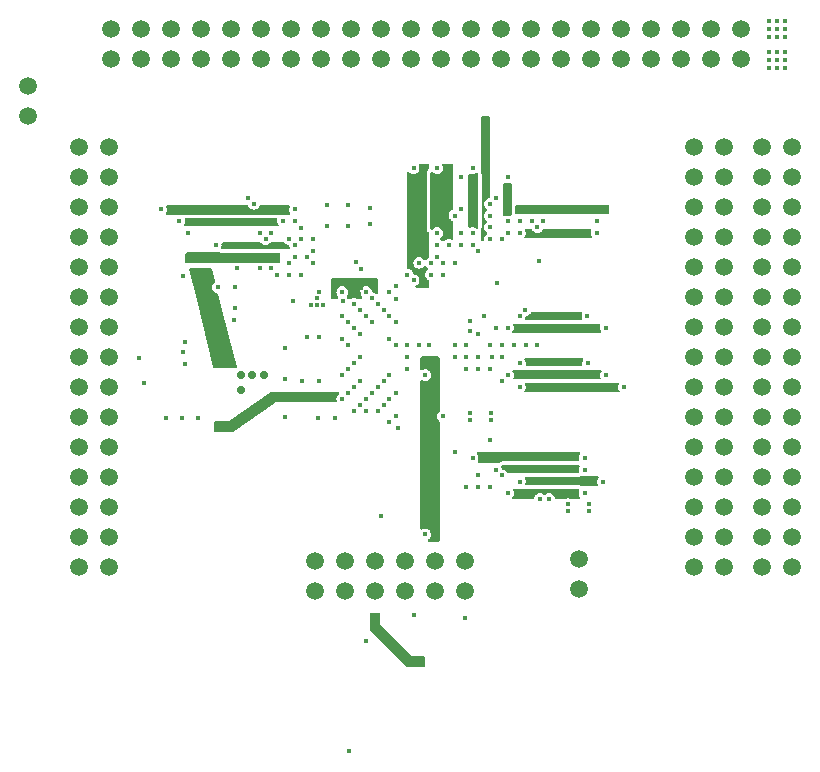
<source format=gbr>
G04 --- HEADER BEGIN --- *
G04 #@! TF.GenerationSoftware,LibrePCB,LibrePCB,1.1.0*
G04 #@! TF.CreationDate,2024-09-08T17:15:58*
G04 #@! TF.ProjectId,flasher,f4b07f79-14a2-4070-9d7d-1f686dcb10c4,v1*
G04 #@! TF.Part,Single*
G04 #@! TF.SameCoordinates*
G04 #@! TF.FileFunction,Copper,L7,Inr*
G04 #@! TF.FilePolarity,Positive*
%FSLAX66Y66*%
%MOMM*%
G01*
G75*
G04 --- HEADER END --- *
G04 --- APERTURE LIST BEGIN --- *
G04 #@! TA.AperFunction,ComponentPad*
%ADD10C,1.5*%
G04 #@! TA.AperFunction,ViaPad*
%ADD11C,0.7*%
%ADD12C,0.4*%
G04 #@! TA.AperFunction,Conductor*
%ADD13C,0.01*%
G04 #@! TD*
G04 --- APERTURE LIST END --- *
G04 --- BOARD BEGIN --- *
D10*
G04 #@! TO.N,P64_1V8*
G04 #@! TO.C,J2*
G04 #@! TO.P,J2,24,24*
X-24804000Y-10630000D03*
G04 #@! TO.N,P45_1V8*
G04 #@! TO.P,J2,2,2*
X-24804000Y17310000D03*
G04 #@! TO.N,P55_1V8*
G04 #@! TO.P,J2,18,18*
X-24804000Y-3010000D03*
G04 #@! TO.N,P53_1V8*
G04 #@! TO.P,J2,8,8*
X-24804000Y9690000D03*
G04 #@! TO.N,P68_1V8*
G04 #@! TO.P,J2,15,15*
X-27344000Y-470000D03*
G04 #@! TO.N,P61_1V8*
G04 #@! TO.P,J2,3,3*
X-27344000Y14770000D03*
G04 #@! TO.N,P72_1V8*
G04 #@! TO.P,J2,14,14*
X-24804000Y2070000D03*
G04 #@! TO.N,P43_1V8*
G04 #@! TO.P,J2,6,6*
X-24804000Y12230000D03*
G04 #@! TO.N,P49_1V8*
G04 #@! TO.P,J2,22,22*
X-24804000Y-8090000D03*
G04 #@! TO.N,P65_1V8*
G04 #@! TO.P,J2,12,12*
X-24804000Y4610000D03*
G04 #@! TO.N,P62_1V8*
G04 #@! TO.P,J2,26,26*
X-24804000Y-13170000D03*
G04 #@! TO.N,P52_1V8*
G04 #@! TO.P,J2,9,9*
X-27344000Y7150000D03*
G04 #@! TO.N,P46_1V8*
G04 #@! TO.P,J2,1,1*
X-27344000Y17310000D03*
G04 #@! TO.N,P50_1V8*
G04 #@! TO.P,J2,23,23*
X-27344000Y-10630000D03*
G04 #@! TO.N,P56_1V8*
G04 #@! TO.P,J2,13,13*
X-27344000Y2070000D03*
G04 #@! TO.N,P58_1V8*
G04 #@! TO.P,J2,19,19*
X-27344000Y-5550000D03*
G04 #@! TO.N,P59_1V8*
G04 #@! TO.P,J2,11,11*
X-27344000Y4610000D03*
G04 #@! TO.N,P54_1V8*
G04 #@! TO.P,J2,7,7*
X-27344000Y9690000D03*
G04 #@! TO.N,P44_1V8*
G04 #@! TO.P,J2,5,5*
X-27344000Y12230000D03*
G04 #@! TO.N,P60_1V8*
G04 #@! TO.P,J2,4,4*
X-24804000Y14770000D03*
G04 #@! TO.N,P66_1V8*
G04 #@! TO.P,J2,28,28*
X-24804000Y-15710000D03*
G04 #@! TO.N,P69_1V8*
G04 #@! TO.P,J2,29,29*
X-27344000Y-18250000D03*
G04 #@! TO.N,P70_1V8*
G04 #@! TO.P,J2,17,17*
X-27344000Y-3010000D03*
G04 #@! TO.N,P51_1V8*
G04 #@! TO.P,J2,30,30*
X-24804000Y-18250000D03*
G04 #@! TO.N,P71_1V8*
G04 #@! TO.P,J2,16,16*
X-24804000Y-470000D03*
G04 #@! TO.N,P47_1V8*
G04 #@! TO.P,J2,20,20*
X-24804000Y-5550000D03*
G04 #@! TO.N,P48_1V8*
G04 #@! TO.P,J2,21,21*
X-27344000Y-8090000D03*
G04 #@! TO.N,P67_1V8*
G04 #@! TO.P,J2,27,27*
X-27344000Y-15710000D03*
G04 #@! TO.N,P57_1V8*
G04 #@! TO.P,J2,10,10*
X-24804000Y7150000D03*
G04 #@! TO.N,P63_1V8*
G04 #@! TO.P,J2,25,25*
X-27344000Y-13170000D03*
G04 #@! TO.N,GND*
G04 #@! TO.C,J4*
G04 #@! TO.P,J4,2,2*
X-31589000Y19991000D03*
G04 #@! TO.N,+5V*
G04 #@! TO.P,J4,1,1*
X-31589000Y22531000D03*
G04 #@! TO.N,P38_3V3*
G04 #@! TO.C,J6*
G04 #@! TO.P,J6,26,26*
X27340000Y-13170000D03*
G04 #@! TO.N,P1_3V3*
G04 #@! TO.P,J6,4,4*
X27340000Y14770000D03*
G04 #@! TO.N,P24_3V3*
G04 #@! TO.P,J6,14,14*
X27340000Y2070000D03*
G04 #@! TO.N,P44_3V3*
G04 #@! TO.P,J6,21,21*
X24800000Y-8090000D03*
G04 #@! TO.N,P2_3V3*
G04 #@! TO.P,J6,6,6*
X27340000Y12230000D03*
G04 #@! TO.N,P26_3V3*
G04 #@! TO.P,J6,11,11*
X24800000Y4610000D03*
G04 #@! TO.N,P40_3V3*
G04 #@! TO.P,J6,28,28*
X27340000Y-15710000D03*
G04 #@! TO.N,P22_3V3*
G04 #@! TO.P,J6,16,16*
X27340000Y-470000D03*
G04 #@! TO.N,P48_3V3*
G04 #@! TO.P,J6,17,17*
X24800000Y-3010000D03*
G04 #@! TO.N,P7_3V3*
G04 #@! TO.P,J6,9,9*
X24800000Y7150000D03*
G04 #@! TO.N,P23_3V3*
G04 #@! TO.P,J6,13,13*
X24800000Y2070000D03*
G04 #@! TO.N,P3_3V3*
G04 #@! TO.P,J6,5,5*
X24800000Y12230000D03*
G04 #@! TO.N,P0_3V3*
G04 #@! TO.P,J6,2,2*
X27340000Y17310000D03*
G04 #@! TO.N,P45_3V3*
G04 #@! TO.P,J6,22,22*
X27340000Y-8090000D03*
G04 #@! TO.N,P35_3V3*
G04 #@! TO.P,J6,23,23*
X24800000Y-10630000D03*
G04 #@! TO.N,P37_3V3*
G04 #@! TO.P,J6,25,25*
X24800000Y-13170000D03*
G04 #@! TO.N,P9_3V3*
G04 #@! TO.P,J6,8,8*
X27340000Y9690000D03*
G04 #@! TO.N,P43_3V3*
G04 #@! TO.P,J6,18,18*
X27340000Y-3010000D03*
G04 #@! TO.N,P6_3V3*
G04 #@! TO.P,J6,7,7*
X24800000Y9690000D03*
G04 #@! TO.N,P49_3V3*
G04 #@! TO.P,J6,20,20*
X27340000Y-5550000D03*
G04 #@! TO.N,N/C*
G04 #@! TO.P,J6,15,15*
X24800000Y-470000D03*
G04 #@! TO.N,GND*
G04 #@! TO.P,J6,30,30*
X27340000Y-18250000D03*
G04 #@! TO.N,P5_3V3*
G04 #@! TO.P,J6,1,1*
X24800000Y17310000D03*
G04 #@! TO.N,P4_3V3*
G04 #@! TO.P,J6,3,3*
X24800000Y14770000D03*
G04 #@! TO.N,P8_3V3*
G04 #@! TO.P,J6,10,10*
X27340000Y7150000D03*
G04 #@! TO.N,P25_3V3*
G04 #@! TO.P,J6,12,12*
X27340000Y4610000D03*
G04 #@! TO.N,VCC3V3*
G04 #@! TO.P,J6,29,29*
X24800000Y-18250000D03*
G04 #@! TO.N,P42_3V3*
G04 #@! TO.P,J6,19,19*
X24800000Y-5550000D03*
G04 #@! TO.N,P41_3V3*
G04 #@! TO.P,J6,27,27*
X24800000Y-15710000D03*
G04 #@! TO.N,P36_3V3*
G04 #@! TO.P,J6,24,24*
X27340000Y-10630000D03*
G04 #@! TO.N,P29_1V8*
G04 #@! TO.C,J1*
G04 #@! TO.P,J1,42,42*
X26202000Y27340000D03*
G04 #@! TO.N,P41_1V8*
G04 #@! TO.P,J1,9,9*
X-14438000Y24800000D03*
G04 #@! TO.N,P0_1V8*
G04 #@! TO.P,J1,6,6*
X-19518000Y27340000D03*
G04 #@! TO.N,P30_1V8*
G04 #@! TO.P,J1,41,41*
X26202000Y24800000D03*
G04 #@! TO.N,P7_1V8*
G04 #@! TO.P,J1,19,19*
X-1738000Y24800000D03*
G04 #@! TO.N,P11_1V8*
G04 #@! TO.P,J1,26,26*
X5882000Y27340000D03*
G04 #@! TO.N,P1_1V8*
G04 #@! TO.P,J1,5,5*
X-19518000Y24800000D03*
G04 #@! TO.N,P40_1V8*
G04 #@! TO.P,J1,17,17*
X-4278000Y24800000D03*
G04 #@! TO.N,GND*
G04 #@! TO.P,J1,44,44*
X28742000Y27340000D03*
G04 #@! TO.N,P6_1V8*
G04 #@! TO.P,J1,8,8*
X-16978000Y27340000D03*
G04 #@! TO.N,P27_1V8*
G04 #@! TO.P,J1,40,40*
X23662000Y27340000D03*
G04 #@! TO.N,P22_1V8*
G04 #@! TO.P,J1,30,30*
X10962000Y27340000D03*
G04 #@! TO.N,P23_1V8*
G04 #@! TO.P,J1,31,31*
X13502000Y24800000D03*
G04 #@! TO.N,P34_1V8*
G04 #@! TO.P,J1,1,1*
X-24598000Y24800000D03*
G04 #@! TO.N,P21_1V8*
G04 #@! TO.P,J1,29,29*
X10962000Y24800000D03*
G04 #@! TO.N,P31_1V8*
G04 #@! TO.P,J1,34,34*
X16042000Y27340000D03*
G04 #@! TO.N,P32_1V8*
G04 #@! TO.P,J1,3,3*
X-22058000Y24800000D03*
G04 #@! TO.N,P12_1V8*
G04 #@! TO.P,J1,25,25*
X5882000Y24800000D03*
G04 #@! TO.N,P17_1V8*
G04 #@! TO.P,J1,24,24*
X3342000Y27340000D03*
G04 #@! TO.N,P33_1V8*
G04 #@! TO.P,J1,2,2*
X-24598000Y27340000D03*
G04 #@! TO.N,P20_1V8*
G04 #@! TO.P,J1,28,28*
X8422000Y27340000D03*
G04 #@! TO.N,P37_1V8*
G04 #@! TO.P,J1,16,16*
X-6818000Y27340000D03*
G04 #@! TO.N,P13_1V8*
G04 #@! TO.P,J1,22,22*
X802000Y27340000D03*
G04 #@! TO.N,P14_1V8*
G04 #@! TO.P,J1,38,38*
X21122000Y27340000D03*
G04 #@! TO.N,VCC1V8*
G04 #@! TO.P,J1,43,43*
X28742000Y24800000D03*
G04 #@! TO.N,P35_1V8*
G04 #@! TO.P,J1,13,13*
X-9358000Y24800000D03*
G04 #@! TO.N,P25_1V8*
G04 #@! TO.P,J1,33,33*
X16042000Y24800000D03*
G04 #@! TO.N,P2_1V8*
G04 #@! TO.P,J1,4,4*
X-22058000Y27340000D03*
G04 #@! TO.N,P19_1V8*
G04 #@! TO.P,J1,27,27*
X8422000Y24800000D03*
G04 #@! TO.N,P3_1V8*
G04 #@! TO.P,J1,7,7*
X-16978000Y24800000D03*
G04 #@! TO.N,P4_1V8*
G04 #@! TO.P,J1,11,11*
X-11898000Y24800000D03*
G04 #@! TO.N,P15_1V8*
G04 #@! TO.P,J1,35,35*
X18582000Y24800000D03*
G04 #@! TO.N,P8_1V8*
G04 #@! TO.P,J1,20,20*
X-1738000Y27340000D03*
G04 #@! TO.N,P28_1V8*
G04 #@! TO.P,J1,37,37*
X21122000Y24800000D03*
G04 #@! TO.N,P10_1V8*
G04 #@! TO.P,J1,21,21*
X802000Y24800000D03*
G04 #@! TO.N,P38_1V8*
G04 #@! TO.P,J1,18,18*
X-4278000Y27340000D03*
G04 #@! TO.N,P16_1V8*
G04 #@! TO.P,J1,36,36*
X18582000Y27340000D03*
G04 #@! TO.N,P18_1V8*
G04 #@! TO.P,J1,23,23*
X3342000Y24800000D03*
G04 #@! TO.N,P39_1V8*
G04 #@! TO.P,J1,15,15*
X-6818000Y24800000D03*
G04 #@! TO.N,P24_1V8*
G04 #@! TO.P,J1,32,32*
X13502000Y27340000D03*
G04 #@! TO.N,P9_1V8*
G04 #@! TO.P,J1,12,12*
X-11898000Y27340000D03*
G04 #@! TO.N,P36_1V8*
G04 #@! TO.P,J1,14,14*
X-9358000Y27340000D03*
G04 #@! TO.N,P26_1V8*
G04 #@! TO.P,J1,39,39*
X23662000Y24800000D03*
G04 #@! TO.N,P42_1V8*
G04 #@! TO.P,J1,10,10*
X-14438000Y27340000D03*
G04 #@! TO.N,GND*
G04 #@! TO.C,J8*
G04 #@! TO.P,J8,2,2*
X15040000Y-20070000D03*
G04 #@! TO.N,PROGRAM_B*
G04 #@! TO.P,J8,1,1*
X15040000Y-17530000D03*
G04 #@! TO.N,P57_3V3*
G04 #@! TO.C,J3*
G04 #@! TO.P,J3,24,24*
X33070000Y-10630000D03*
G04 #@! TO.N,P13_3V3*
G04 #@! TO.P,J3,2,2*
X33070000Y17310000D03*
G04 #@! TO.N,P33_3V3*
G04 #@! TO.P,J3,18,18*
X33070000Y-3010000D03*
G04 #@! TO.N,P11_3V3*
G04 #@! TO.P,J3,8,8*
X33070000Y9690000D03*
G04 #@! TO.N,P15_3V3*
G04 #@! TO.P,J3,15,15*
X30530000Y-470000D03*
G04 #@! TO.N,P27_3V3*
G04 #@! TO.P,J3,3,3*
X30530000Y14770000D03*
G04 #@! TO.N,P21_3V3*
G04 #@! TO.P,J3,14,14*
X33070000Y2070000D03*
G04 #@! TO.N,P10_3V3*
G04 #@! TO.P,J3,6,6*
X33070000Y12230000D03*
G04 #@! TO.N,P51_3V3*
G04 #@! TO.P,J3,22,22*
X33070000Y-8090000D03*
G04 #@! TO.N,P19_3V3*
G04 #@! TO.P,J3,12,12*
X33070000Y4610000D03*
G04 #@! TO.N,P55_3V3*
G04 #@! TO.P,J3,26,26*
X33070000Y-13170000D03*
G04 #@! TO.N,P18_3V3*
G04 #@! TO.P,J3,9,9*
X30530000Y7150000D03*
G04 #@! TO.N,N/C*
G04 #@! TO.P,J3,1,1*
X30530000Y17310000D03*
G04 #@! TO.N,P54_3V3*
G04 #@! TO.P,J3,23,23*
X30530000Y-10630000D03*
G04 #@! TO.N,P30_3V3*
G04 #@! TO.P,J3,13,13*
X30530000Y2070000D03*
G04 #@! TO.N,P29_3V3*
G04 #@! TO.P,J3,19,19*
X30530000Y-5550000D03*
G04 #@! TO.N,P20_3V3*
G04 #@! TO.P,J3,11,11*
X30530000Y4610000D03*
G04 #@! TO.N,P16_3V3*
G04 #@! TO.P,J3,7,7*
X30530000Y9690000D03*
G04 #@! TO.N,P12_3V3*
G04 #@! TO.P,J3,5,5*
X30530000Y12230000D03*
G04 #@! TO.N,P14_3V3*
G04 #@! TO.P,J3,4,4*
X33070000Y14770000D03*
G04 #@! TO.N,N/C*
G04 #@! TO.P,J3,28,28*
X33070000Y-15710000D03*
G04 #@! TO.N,P47_3V3*
G04 #@! TO.P,J3,29,29*
X30530000Y-18250000D03*
G04 #@! TO.N,P32_3V3*
G04 #@! TO.P,J3,17,17*
X30530000Y-3010000D03*
G04 #@! TO.N,P46_3V3*
G04 #@! TO.P,J3,30,30*
X33070000Y-18250000D03*
G04 #@! TO.N,P34_3V3*
G04 #@! TO.P,J3,16,16*
X33070000Y-470000D03*
G04 #@! TO.N,P31_3V3*
G04 #@! TO.P,J3,20,20*
X33070000Y-5550000D03*
G04 #@! TO.N,P50_3V3*
G04 #@! TO.P,J3,21,21*
X30530000Y-8090000D03*
G04 #@! TO.N,P52_3V3*
G04 #@! TO.P,J3,27,27*
X30530000Y-15710000D03*
G04 #@! TO.N,P17_3V3*
G04 #@! TO.P,J3,10,10*
X33070000Y7150000D03*
G04 #@! TO.N,P56_3V3*
G04 #@! TO.P,J3,25,25*
X30530000Y-13170000D03*
G04 #@! TO.N,N23*
G04 #@! TO.C,J5*
G04 #@! TO.P,J5,9,9*
X2817000Y-20270000D03*
G04 #@! TO.N,FLASH_VCC*
G04 #@! TO.P,J5,1,1*
X-7343000Y-20270000D03*
G04 #@! TO.N,GND*
G04 #@! TO.P,J5,4,4*
X-4803000Y-17730000D03*
G04 #@! TO.N,FLASH_SCK*
G04 #@! TO.P,J5,5,5*
X-2263000Y-20270000D03*
G04 #@! TO.N,VCC3V3*
G04 #@! TO.P,J5,2,2*
X-7343000Y-17730000D03*
G04 #@! TO.N,FLASH_VSS*
G04 #@! TO.P,J5,3,3*
X-4803000Y-20270000D03*
G04 #@! TO.N,CCLK*
G04 #@! TO.P,J5,6,6*
X-2263000Y-17730000D03*
G04 #@! TO.N,D0*
G04 #@! TO.P,J5,10,10*
X2817000Y-17730000D03*
G04 #@! TO.N,FLASH_CS*
G04 #@! TO.P,J5,11,11*
X5357000Y-20270000D03*
G04 #@! TO.N,FCS_B*
G04 #@! TO.P,J5,12,12*
X5357000Y-17730000D03*
G04 #@! TO.N,D1*
G04 #@! TO.P,J5,8,8*
X277000Y-17730000D03*
G04 #@! TO.N,N13*
G04 #@! TO.P,J5,7,7*
X277000Y-20270000D03*
D11*
G04 #@! TD.C*
G04 #@! TD.P*
G04 #@! TO.N,GND*
X-11651028Y-1955000D03*
D12*
G04 #@! TO.N,VCC3V3*
X-4500000Y12400000D03*
G04 #@! TO.N,GND*
X-4500000Y10600000D03*
X32500000Y26600000D03*
G04 #@! TO.N,P31_1V8*
X11017000Y10042000D03*
G04 #@! TO.N,GND*
X-300000Y-6476000D03*
G04 #@! TO.N,VCC3V3*
X-9855000Y325000D03*
G04 #@! TO.N,P71_1V8*
X-8500000Y6524000D03*
G04 #@! TO.N,P45_3V3*
X9018000Y-11994000D03*
G04 #@! TO.N,P28_1V8*
X10017000Y11042000D03*
G04 #@! TO.N,P70_1V8*
X-9500000Y6524000D03*
G04 #@! TO.N,GND*
X-14200000Y2700000D03*
G04 #@! TO.N,P55_3V3*
X9018000Y-9994000D03*
G04 #@! TO.N,P63_1V8*
X-14958000Y9042000D03*
G04 #@! TO.N,P33_1V8*
X2017000Y6042000D03*
G04 #@! TO.N,VCC3V3*
X10497000Y3528000D03*
G04 #@! TO.N,P36_1V8*
X3017000Y9042000D03*
G04 #@! TO.N,PGOOD1*
X-5700000Y-3800000D03*
G04 #@! TO.N,GND*
X-7168028Y3947000D03*
G04 #@! TO.N,VCC1V0*
X-4018000Y-4993000D03*
G04 #@! TO.N,VCC3V3*
X5825000Y-5776000D03*
G04 #@! TO.N,GND*
X31100000Y28000000D03*
X7575000Y-5776000D03*
X32500000Y28000000D03*
G04 #@! TO.N,MODE/SYNC/1.8V*
X-4993000Y4261000D03*
G04 #@! TO.N,VCC1V8*
X7500000Y12524000D03*
G04 #@! TO.N,P59_1V8*
X-9500000Y9525000D03*
G04 #@! TO.N,P11_1V8*
X7017000Y19622000D03*
G04 #@! TO.N,P3_3V3*
X15746000Y3042000D03*
G04 #@! TO.N,GND*
X7575000Y-5176000D03*
G04 #@! TO.N,P58_1V8*
X-18038000Y10042000D03*
G04 #@! TO.N,VCC1V8*
X8017000Y13042000D03*
G04 #@! TO.N,P54_1V8*
X-20348000Y12042000D03*
G04 #@! TO.N,GND*
X7701000Y-471000D03*
G04 #@! TO.N,P17_1V8*
X9017000Y14752000D03*
G04 #@! TO.N,VCC1V8*
X-5018000Y5042000D03*
G04 #@! TO.N,INIT_B*
X-3018000Y-4993000D03*
G04 #@! TO.N,INTVCC*
X-2617000Y5959000D03*
G04 #@! TO.N,VCC1V8*
X-4500000Y-3475000D03*
X-5018000Y-3993000D03*
G04 #@! TO.N,P30_1V8*
X16517000Y10042000D03*
G04 #@! TO.N,+5V*
X-9855000Y-5525000D03*
G04 #@! TO.N,VCC3V3*
X8501000Y-471000D03*
G04 #@! TO.N,GND*
X-7138028Y4557000D03*
G04 #@! TO.N,P8_1V8*
X6017000Y11047000D03*
D11*
G04 #@! TO.N,GND*
X-12621028Y-1955000D03*
D12*
G04 #@! TO.N,P67_1V8*
X-11018000Y8042000D03*
G04 #@! TO.N,GND*
X-18300000Y-1025000D03*
G04 #@! TO.N,P1_1V8*
X4017000Y11042000D03*
G04 #@! TO.N,P65_1V8*
X-7500000Y8524000D03*
G04 #@! TO.N,P33_1V8*
X1017000Y14752000D03*
G04 #@! TO.N,VCC1V0*
X-2501000Y4525000D03*
X-3018000Y5042000D03*
G04 #@! TO.N,P69_1V8*
X-12018000Y7042000D03*
G04 #@! TO.N,P53_1V8*
X-10018000Y12042000D03*
G04 #@! TO.N,VCC1V8*
X-11499000Y9522000D03*
G04 #@! TO.N,P7_3V3*
X9017000Y2042000D03*
G04 #@! TO.N,P18_1V8*
X9017000Y12042000D03*
G04 #@! TO.N,P18_3V3*
X15768000Y-994000D03*
G04 #@! TO.N,VCC3V3*
X14097000Y-13514000D03*
G04 #@! TO.N,P55_3V3*
X14728000Y-9994000D03*
G04 #@! TO.N,GND*
X-6300000Y10600000D03*
X31800000Y28000000D03*
G04 #@! TO.N,VCC1V0*
X-500000Y-5480000D03*
X-1018000Y-5993000D03*
G04 #@! TO.N,D2*
X500000Y-475000D03*
X1018000Y-22282000D03*
G04 #@! TO.N,P29_1V8*
X11017000Y11042000D03*
G04 #@! TO.N,VCC3V3*
X12500000Y-12475000D03*
D11*
G04 #@! TO.N,GND*
X-13591028Y-3273000D03*
D12*
G04 #@! TO.N,VCC3V3*
X11665000Y7674000D03*
G04 #@! TO.N,P52_3V3*
X6500000Y-10476000D03*
G04 #@! TO.N,P68_1V8*
X-9500000Y7524000D03*
G04 #@! TO.N,P44_3V3*
X14728000Y-11994000D03*
G04 #@! TO.N,VCC3V3*
X5809000Y2564000D03*
G04 #@! TO.N,P17_3V3*
X11018000Y-994000D03*
G04 #@! TO.N,P12_3V3*
X9500000Y524000D03*
G04 #@! TO.N,+5V*
X-7063000Y-5641000D03*
G04 #@! TO.N,P0_1V8*
X3017000Y15522000D03*
G04 #@! TO.N,P57_1V8*
X-10018000Y11042000D03*
G04 #@! TO.N,VFB2*
X-15655000Y3735000D03*
G04 #@! TO.N,P17_3V3*
X14998000Y-994000D03*
G04 #@! TO.N,P18_1V8*
X9017000Y13982000D03*
G04 #@! TO.N,VCC1V8*
X31800000Y25400000D03*
G04 #@! TO.N,INTVCC*
X-3400000Y5390000D03*
G04 #@! TO.N,+5V*
X-19934000Y-5605000D03*
G04 #@! TO.N,P69_1V8*
X-13958000Y7042000D03*
G04 #@! TO.N,P44_3V3*
X10018000Y-11994000D03*
G04 #@! TO.N,VCC1V0*
X-1499000Y-4476000D03*
G04 #@! TO.N,GND*
X-5613000Y-5641000D03*
G04 #@! TO.N,P8_3V3*
X16516000Y2042000D03*
G04 #@! TO.N,P49_3V3*
X17038000Y-10994000D03*
G04 #@! TO.N,VCC3V3*
X5501000Y-11476000D03*
G04 #@! TO.N,PGOOD1*
X-10900000Y-3800000D03*
G04 #@! TO.N,VCC1V8*
X31100000Y24000000D03*
X32500000Y24000000D03*
G04 #@! TO.N,P7_1V8*
X6017000Y10042000D03*
G04 #@! TO.N,P60_1V8*
X-8500000Y9525000D03*
G04 #@! TO.N,VCC1V0*
X-1018000Y-1993000D03*
G04 #@! TO.N,P34_3V3*
X8500000Y-2476000D03*
G04 #@! TO.N,P72_1V8*
X-9018000Y8042000D03*
G04 #@! TO.N,P32_1V8*
X1017000Y15522000D03*
G04 #@! TO.N,P40_1V8*
X4500000Y7524000D03*
G04 #@! TO.N,P57_3V3*
X6018000Y-8994000D03*
G04 #@! TO.N,P37_1V8*
X4017000Y9042000D03*
G04 #@! TO.N,P7_1V8*
X6017000Y15522000D03*
G04 #@! TO.N,P41_1V8*
X2500000Y6524000D03*
G04 #@! TO.N,VCC3V3*
X-18520000Y6385000D03*
G04 #@! TO.N,P57_1V8*
X-18808000Y11042000D03*
G04 #@! TO.N,P15_1V8*
X7500000Y10525000D03*
G04 #@! TO.N,GND*
X31800000Y26600000D03*
G04 #@! TO.N,VCC3V3*
X-6300000Y12400000D03*
G04 #@! TO.N,D3*
X-2982000Y-24500000D03*
X500000Y524000D03*
G04 #@! TO.N,P54_3V3*
X15498000Y-9994000D03*
G04 #@! TO.N,VCC3V3*
X-2700000Y12200000D03*
G04 #@! TO.N,MODE/SYNC/1.8V*
X-3400000Y6975000D03*
G04 #@! TO.N,CFGBVS*
X2018000Y-8994000D03*
G04 #@! TO.N,D1*
X2018000Y-15474000D03*
G04 #@! TO.N,P51_3V3*
X14728000Y-8994000D03*
G04 #@! TO.N,P8_1V8*
X6017000Y14752000D03*
G04 #@! TO.N,P19_3V3*
X9018000Y-1994000D03*
G04 #@! TO.N,VCC1V8*
X500000Y6524000D03*
G04 #@! TO.N,GND*
X-2700000Y10800000D03*
G04 #@! TO.N,+5V*
X-14088000Y5461000D03*
G04 #@! TO.N,CLK_27MHZ*
X6500000Y8524000D03*
G04 #@! TO.N,VCC3V3*
X8500000Y-10472000D03*
G04 #@! TO.N,P13_3V3*
X7017000Y3042000D03*
G04 #@! TO.N,P14_3V3*
X6497000Y1522000D03*
G04 #@! TO.N,P51_3V3*
X7018000Y-8994000D03*
G04 #@! TO.N,VCC1V0*
X-1476000Y3500000D03*
X-2018000Y4042000D03*
G04 #@! TO.N,P29_1V8*
X16517000Y11042000D03*
G04 #@! TO.N,VCC1V8*
X31100000Y25400000D03*
G04 #@! TO.N,VCC1V0*
X-3018000Y3042000D03*
G04 #@! TO.N,VCC3V3*
X11501000Y524000D03*
G04 #@! TO.N,VCC1V8*
X-10500000Y6524000D03*
X-11018000Y7042000D03*
X-13018000Y13042000D03*
G04 #@! TO.N,GND*
X-6943000Y-2489000D03*
G04 #@! TO.N,VCC1V0*
X-1018000Y1042000D03*
X-500000Y524000D03*
G04 #@! TO.N,GND*
X-18325000Y800000D03*
G04 #@! TO.N,VCC3V3*
X-1718000Y-13938000D03*
G04 #@! TO.N,VCC1V8*
X31100000Y24700000D03*
G04 #@! TO.N,INTVCC*
X-3614000Y4911000D03*
G04 #@! TO.N,VCC1V0*
X-3500000Y1525000D03*
G04 #@! TO.N,P38_1V8*
X5017000Y9042000D03*
G04 #@! TO.N,VCC1V8*
X8499000Y9522000D03*
X-5018000Y1042000D03*
X-4500000Y524000D03*
G04 #@! TO.N,P0_1V8*
X3017000Y10042000D03*
G04 #@! TO.N,VCC1V8*
X-7018000Y5042000D03*
G04 #@! TO.N,P35_1V8*
X1500000Y7525000D03*
G04 #@! TO.N,VCC3V3*
X7497000Y-7472000D03*
G04 #@! TO.N,P1_1V8*
X3017000Y14752000D03*
G04 #@! TO.N,P23_3V3*
X11018000Y-2994000D03*
G04 #@! TO.N,CLK_3V3_29.5MHZ*
X7500000Y525000D03*
G04 #@! TO.N,P22_3V3*
X10018000Y-2994000D03*
G04 #@! TO.N,VFB2*
X-15405000Y-975000D03*
G04 #@! TO.N,P31_1V8*
X14977000Y10042000D03*
G04 #@! TO.N,VCC1V8*
X2500000Y7525000D03*
X3017000Y8042000D03*
G04 #@! TO.N,VCC3V3*
X8092000Y5812000D03*
G04 #@! TO.N,P2_3V3*
X14976000Y3042000D03*
G04 #@! TO.N,P30_3V3*
X5500000Y524000D03*
G04 #@! TO.N,P58_1V8*
X-11018000Y10042000D03*
G04 #@! TO.N,+5V*
X-9213000Y4261000D03*
G04 #@! TO.N,P16_1V8*
X7500000Y11524000D03*
G04 #@! TO.N,VCC1V0*
X-4018000Y2042000D03*
G04 #@! TO.N,P48_3V3*
X16268000Y-10994000D03*
G04 #@! TO.N,P29_3V3*
X4500000Y524000D03*
G04 #@! TO.N,P39_1V8*
X3500000Y7524000D03*
G04 #@! TO.N,GND*
X-6648028Y3947000D03*
G04 #@! TO.N,VCC1V8*
X-12500000Y12522000D03*
G04 #@! TO.N,P45_3V3*
X15498000Y-11994000D03*
G04 #@! TO.N,VCC1V8*
X12017000Y11042000D03*
G04 #@! TO.N,MODE/SYNC/1.8V*
X-3875000Y7600000D03*
G04 #@! TO.N,VCC1V8*
X-8018000Y8042000D03*
G04 #@! TO.N,P46_3V3*
X7500000Y-11476000D03*
G04 #@! TO.N,VCC1V0*
X-1500000Y-2476000D03*
X-2018000Y-2993000D03*
G04 #@! TO.N,VCC1V8*
X-7493000Y7523000D03*
G04 #@! TO.N,P56_3V3*
X8018000Y-9994000D03*
G04 #@! TO.N,P49_3V3*
X10018000Y-10994000D03*
G04 #@! TO.N,LED1*
X-18536000Y-8000D03*
G04 #@! TO.N,VCC1V0*
X-2499000Y2524000D03*
X-3018000Y-3993000D03*
G04 #@! TO.N,P31_3V3*
X5500000Y-475000D03*
G04 #@! TO.N,VCC3V3*
X4499000Y-8472000D03*
G04 #@! TO.N,CFGBVS*
X3018000Y-14704000D03*
G04 #@! TO.N,FLASH_SCK*
X-2263000Y-22570000D03*
G04 #@! TO.N,VCC3V3*
X-21800000Y-2650000D03*
G04 #@! TO.N,P42_1V8*
X3500000Y6524000D03*
G04 #@! TO.N,VCC3V3*
X5825000Y-5176000D03*
G04 #@! TO.N,P67_1V8*
X-14958000Y8042000D03*
G04 #@! TO.N,VCC3V3*
X-7000000Y1225000D03*
G04 #@! TO.N,GND*
X5806000Y1764000D03*
G04 #@! TO.N,VCC1V8*
X4489000Y11524000D03*
G04 #@! TO.N,GND*
X32500000Y27300000D03*
G04 #@! TO.N,VCC1V8*
X-9018000Y11042000D03*
G04 #@! TO.N,VCC3V3*
X14097000Y-12914000D03*
G04 #@! TO.N,VCC1V8*
X32500000Y25400000D03*
X-12018000Y10042000D03*
G04 #@! TO.N,VCC1V0*
X-2500000Y-3475000D03*
G04 #@! TO.N,P50_3V3*
X15498000Y-8994000D03*
G04 #@! TO.N,VCC1V8*
X31800000Y24700000D03*
G04 #@! TO.N,VCC1V0*
X-3500000Y-475000D03*
G04 #@! TO.N,FCS_B*
X4500000Y-476000D03*
G04 #@! TO.N,VCC1V0*
X-4018000Y-2993000D03*
G04 #@! TO.N,GND*
X-7678028Y3957000D03*
G04 #@! TO.N,VCC1V0*
X-475000Y4500000D03*
X-1018000Y5042000D03*
G04 #@! TO.N,P54_1V8*
X-9018000Y12042000D03*
G04 #@! TO.N,VCC1V0*
X-3501000Y-2475000D03*
G04 #@! TO.N,VCC1V8*
X-5018000Y3042000D03*
X-4500000Y2524000D03*
G04 #@! TO.N,P56_1V8*
X-18038000Y11042000D03*
G04 #@! TO.N,VCC1V0*
X-2018000Y-4993000D03*
X-1018000Y3042000D03*
X-500000Y2524000D03*
G04 #@! TO.N,VCC3V3*
X-14105000Y3735000D03*
G04 #@! TO.N,VCC1V0*
X-3500000Y-4475000D03*
G04 #@! TO.N,P3_3V3*
X10017000Y3042000D03*
G04 #@! TO.N,VCC1V8*
X5017000Y12042000D03*
X-4500000Y-1476000D03*
X-5018000Y-1993000D03*
G04 #@! TO.N,GND*
X31100000Y26600000D03*
G04 #@! TO.N,CCLK*
X-500000Y5524000D03*
G04 #@! TO.N,FLASH_SCK*
X1482000Y-26213000D03*
G04 #@! TO.N,P53_1V8*
X-19578000Y12042000D03*
G04 #@! TO.N,P23_3V3*
X18078000Y-2994000D03*
G04 #@! TO.N,VCC1V8*
X9017000Y10042000D03*
G04 #@! TO.N,P8_3V3*
X11017000Y2042000D03*
G04 #@! TO.N,P26_1V8*
X11017000Y12042000D03*
G04 #@! TO.N,P47_3V3*
X6500000Y-11476000D03*
G04 #@! TO.N,GND*
X31100000Y27300000D03*
G04 #@! TO.N,P16_3V3*
X10018000Y-994000D03*
G04 #@! TO.N,P27_3V3*
X8017000Y2042000D03*
G04 #@! TO.N,P64_1V8*
X-15728000Y9042000D03*
G04 #@! TO.N,GND*
X31800000Y27300000D03*
G04 #@! TO.N,VCC1V0*
X-4018000Y-993000D03*
G04 #@! TO.N,VFB2*
X-17005000Y4824000D03*
G04 #@! TO.N,P10_3V3*
X10500000Y525000D03*
G04 #@! TO.N,VCC3V3*
X3499000Y-5475000D03*
G04 #@! TO.N,P32_3V3*
X6500000Y-1476000D03*
G04 #@! TO.N,D1*
X2018000Y-1994000D03*
G04 #@! TO.N,FLASH_CS*
X-4418000Y-33833000D03*
G04 #@! TO.N,P20_3V3*
X10018000Y-1994000D03*
G04 #@! TO.N,VCC3V3*
X5499000Y-1475000D03*
G04 #@! TO.N,P21_3V3*
X17308000Y-1994000D03*
G04 #@! TO.N,+5V*
X-8393000Y-2489000D03*
G04 #@! TO.N,VCC3V3*
X1500000Y525000D03*
G04 #@! TO.N,P64_1V8*
X-9018000Y9042000D03*
G04 #@! TO.N,GND*
X-18560000Y-5605000D03*
G04 #@! TO.N,VCC1V8*
X11500000Y10524000D03*
G04 #@! TO.N,P56_1V8*
X-11018000Y11042000D03*
G04 #@! TO.N,GND*
X15847000Y-12914000D03*
G04 #@! TO.N,P15_3V3*
X6500000Y-476000D03*
G04 #@! TO.N,P17_1V8*
X9017000Y11042000D03*
G04 #@! TO.N,VCC1V8*
X-8470000Y10507000D03*
X32500000Y24700000D03*
G04 #@! TO.N,P7_3V3*
X17286000Y2042000D03*
G04 #@! TO.N,GND*
X-17200000Y-5605000D03*
G04 #@! TO.N,P32_1V8*
X1017000Y6042000D03*
G04 #@! TO.N,P48_3V3*
X11018000Y-10994000D03*
G04 #@! TO.N,P11_3V3*
X8500000Y525000D03*
G04 #@! TO.N,VCC1V8*
X31800000Y24000000D03*
G04 #@! TO.N,GND*
X15847000Y-13514000D03*
X11700000Y-12475000D03*
X2300000Y525000D03*
G04 #@! TO.N,VCC1V8*
X6017000Y9042000D03*
G04 #@! TO.N,P4_1V8*
X5017000Y14752000D03*
G04 #@! TO.N,FLASH_CS*
X5357000Y-22570000D03*
G04 #@! TO.N,GND*
X-22186000Y-558000D03*
G04 #@! TO.N,P2_3V3*
X11017000Y3042000D03*
G04 #@! TO.N,P33_3V3*
X7500000Y-1476000D03*
G04 #@! TO.N,P11_1V8*
X7017000Y10042000D03*
G04 #@! TO.N,D0*
X500000Y-1475000D03*
G04 #@! TO.N,VCC1V0*
X-3501000Y3525000D03*
X-4018000Y4042000D03*
G04 #@! TO.N,PGOOD1*
X-15400000Y-6200000D03*
G04 #@! TO.N,VFB2*
X-17070000Y6385000D03*
X-15490000Y1950000D03*
D11*
G04 #@! TO.N,GND*
X-13591028Y-1955000D03*
D12*
G04 #@! TO.N,P22_3V3*
X18848000Y-2994000D03*
G04 #@! TO.N,P30_1V8*
X10017000Y10042000D03*
G04 #@! TO.N,P20_3V3*
X16538000Y-1994000D03*
G04 #@! TO.N,+5V*
X-9855000Y-2275000D03*
G04 #@! TO.N,P63_1V8*
X-11018000Y9042000D03*
G04 #@! TO.N,VCC1V0*
X-1018000Y-3993000D03*
X-500000Y-3476000D03*
G04 #@! TO.N,P4_1V8*
X5017000Y10042000D03*
G04 #@! TO.N,P14_1V8*
X7500000Y9524000D03*
G04 #@! TO.N,GND*
X-15538000Y5461000D03*
G04 #@! TO.N,P26_1V8*
X16517000Y12042000D03*
G04 #@! TO.N,P61_1V8*
X-7500000Y9524000D03*
G04 #@! TO.N,VCC3V3*
X-8000000Y1225000D03*
D13*
G04 #@! TA.AperFunction,Conductor*
G04 #@! TO.N,CFGBVS*
G36*
X1600000Y-14967120D02*
X1619500Y-15026447D01*
X1670395Y-15062636D01*
X1732836Y-15061574D01*
X1760873Y-15046456D01*
X1762803Y-15044975D01*
X1774053Y-15038480D01*
X1882537Y-14993544D01*
X1895084Y-14990182D01*
X2011506Y-14974855D01*
X2024494Y-14974855D01*
X2140916Y-14990182D01*
X2153463Y-14993544D01*
X2261947Y-15038480D01*
X2273199Y-15044976D01*
X2366352Y-15116456D01*
X2375544Y-15125648D01*
X2447024Y-15218801D01*
X2453520Y-15230053D01*
X2498456Y-15338537D01*
X2501818Y-15351084D01*
X2517145Y-15467506D01*
X2517145Y-15480494D01*
X2501818Y-15596916D01*
X2498456Y-15609463D01*
X2453520Y-15717947D01*
X2447024Y-15729199D01*
X2375544Y-15822352D01*
X2366352Y-15831544D01*
X2276270Y-15900667D01*
X2241074Y-15952253D01*
X2243346Y-16014662D01*
X2282201Y-16063552D01*
X2337146Y-16080000D01*
X3130001Y-16080000D01*
X3189328Y-16060500D01*
X3230000Y-15980001D01*
X3230000Y-5942747D01*
X3190877Y-5863413D01*
X3150648Y-5832544D01*
X3141456Y-5823352D01*
X3069976Y-5730199D01*
X3063480Y-5718947D01*
X3018544Y-5610463D01*
X3015182Y-5597916D01*
X2999855Y-5481494D01*
X2999855Y-5468506D01*
X3015182Y-5352084D01*
X3018544Y-5339537D01*
X3063480Y-5231053D01*
X3069976Y-5219801D01*
X3141456Y-5126648D01*
X3150648Y-5117456D01*
X3190877Y-5086587D01*
X3230000Y-5007253D01*
X3230000Y-499999D01*
X3210500Y-440672D01*
X3130001Y-400000D01*
X1699999Y-400000D01*
X1640672Y-419500D01*
X1600000Y-499999D01*
X1600000Y-1487120D01*
X1619500Y-1546447D01*
X1670395Y-1582636D01*
X1732836Y-1581574D01*
X1760873Y-1566456D01*
X1762803Y-1564975D01*
X1774053Y-1558480D01*
X1882537Y-1513544D01*
X1895084Y-1510182D01*
X2011506Y-1494855D01*
X2024494Y-1494855D01*
X2140916Y-1510182D01*
X2153463Y-1513544D01*
X2261947Y-1558480D01*
X2273199Y-1564976D01*
X2366352Y-1636456D01*
X2375544Y-1645648D01*
X2447024Y-1738801D01*
X2453520Y-1750053D01*
X2498456Y-1858537D01*
X2501818Y-1871084D01*
X2517145Y-1987506D01*
X2517145Y-2000494D01*
X2501818Y-2116916D01*
X2498456Y-2129463D01*
X2453520Y-2237947D01*
X2447024Y-2249199D01*
X2375544Y-2342352D01*
X2366352Y-2351544D01*
X2273199Y-2423024D01*
X2261947Y-2429520D01*
X2153463Y-2474456D01*
X2140916Y-2477818D01*
X2024494Y-2493145D01*
X2011506Y-2493145D01*
X1895084Y-2477818D01*
X1882537Y-2474456D01*
X1774053Y-2429520D01*
X1762803Y-2423025D01*
X1760873Y-2421544D01*
X1759259Y-2420979D01*
X1757124Y-2419746D01*
X1756891Y-2420149D01*
X1701934Y-2400900D01*
X1642241Y-2419248D01*
X1605073Y-2469433D01*
X1600000Y-2500880D01*
X1600000Y-14967120D01*
G37*
G04 #@! TO.N,VFB2*
G36*
X-17967568Y6974905D02*
X-17300091Y4400351D01*
X-17299909Y4399623D01*
X-15918474Y-1323465D01*
X-15885598Y-1376560D01*
X-15821267Y-1400000D01*
X-14030483Y-1400000D01*
X-13971156Y-1380500D01*
X-13934967Y-1329605D01*
X-13933922Y-1274004D01*
X-14599946Y1199799D01*
X-14600054Y1200208D01*
X-15299935Y3899749D01*
X-15300088Y3900352D01*
X-15549674Y4898700D01*
X-15582980Y4951527D01*
X-15633636Y4973591D01*
X-15660916Y4977182D01*
X-15673463Y4980544D01*
X-15781947Y5025480D01*
X-15793199Y5031976D01*
X-15886352Y5103456D01*
X-15895544Y5112648D01*
X-15967024Y5205801D01*
X-15973520Y5217053D01*
X-16018456Y5325537D01*
X-16021818Y5338084D01*
X-16037145Y5454506D01*
X-16037145Y5467494D01*
X-16021818Y5583916D01*
X-16018456Y5596463D01*
X-15973520Y5704947D01*
X-15967024Y5716199D01*
X-15895544Y5809352D01*
X-15886355Y5818541D01*
X-15848861Y5847312D01*
X-15813665Y5898899D01*
X-15812725Y5950899D01*
X-16081064Y7024254D01*
X-16114370Y7077081D01*
X-16178077Y7100000D01*
X-17870769Y7100000D01*
X-17930096Y7080500D01*
X-17966285Y7029605D01*
X-17967568Y6974905D01*
G37*
G04 #@! TO.N,P33_1V8*
G36*
X450000Y7118280D02*
X469500Y7058953D01*
X536946Y7019137D01*
X622909Y7007820D01*
X635463Y7004456D01*
X743947Y6959520D01*
X755199Y6953024D01*
X848352Y6881544D01*
X857544Y6872352D01*
X929024Y6779199D01*
X935520Y6767947D01*
X980456Y6659463D01*
X983818Y6646916D01*
X987273Y6620671D01*
X1014350Y6564397D01*
X1073365Y6534579D01*
X1139916Y6525818D01*
X1152463Y6522456D01*
X1260947Y6477520D01*
X1272199Y6471024D01*
X1365352Y6399544D01*
X1374544Y6390352D01*
X1446024Y6297199D01*
X1452520Y6285947D01*
X1497456Y6177463D01*
X1500818Y6164916D01*
X1516145Y6048494D01*
X1516145Y6035506D01*
X1500818Y5919084D01*
X1497456Y5906537D01*
X1452520Y5798053D01*
X1446024Y5786801D01*
X1374544Y5693648D01*
X1365352Y5684456D01*
X1272199Y5612976D01*
X1260946Y5606479D01*
X1226922Y5592386D01*
X1179573Y5551667D01*
X1165615Y5490797D01*
X1190492Y5433516D01*
X1265190Y5400000D01*
X2260001Y5400000D01*
X2319328Y5419500D01*
X2360000Y5499999D01*
X2360000Y5978607D01*
X2340500Y6037934D01*
X2298268Y6070994D01*
X2256055Y6088478D01*
X2244801Y6094976D01*
X2151648Y6166456D01*
X2142456Y6175648D01*
X2070976Y6268801D01*
X2064480Y6280053D01*
X2019544Y6388537D01*
X2016182Y6401084D01*
X2000855Y6517506D01*
X2000855Y6530494D01*
X2016182Y6646916D01*
X2019544Y6659463D01*
X2064480Y6767947D01*
X2070976Y6779199D01*
X2142456Y6872352D01*
X2151648Y6881544D01*
X2234561Y6945166D01*
X2269757Y6996752D01*
X2267485Y7059161D01*
X2234561Y7103834D01*
X2151648Y7167456D01*
X2142456Y7176648D01*
X2079334Y7258909D01*
X2027747Y7294105D01*
X1965339Y7291833D01*
X1920666Y7258909D01*
X1857544Y7176648D01*
X1848352Y7167456D01*
X1755199Y7095976D01*
X1743947Y7089480D01*
X1635463Y7044544D01*
X1622916Y7041182D01*
X1506494Y7025855D01*
X1493506Y7025855D01*
X1377084Y7041182D01*
X1364537Y7044544D01*
X1256053Y7089480D01*
X1244801Y7095976D01*
X1151648Y7167456D01*
X1142456Y7176648D01*
X1070976Y7269801D01*
X1064480Y7281053D01*
X1019544Y7389537D01*
X1016182Y7402084D01*
X1000855Y7518506D01*
X1000855Y7531494D01*
X1016182Y7647916D01*
X1019544Y7660463D01*
X1064480Y7768947D01*
X1070976Y7780199D01*
X1142456Y7873352D01*
X1151648Y7882544D01*
X1244801Y7954024D01*
X1256053Y7960520D01*
X1364537Y8005456D01*
X1377084Y8008818D01*
X1493506Y8024145D01*
X1506494Y8024145D01*
X1622916Y8008818D01*
X1635463Y8005456D01*
X1743947Y7960520D01*
X1755199Y7954024D01*
X1848352Y7882544D01*
X1857544Y7873352D01*
X1920666Y7791091D01*
X1972253Y7755895D01*
X2034661Y7758167D01*
X2079334Y7791091D01*
X2142456Y7873352D01*
X2151648Y7882544D01*
X2244801Y7954024D01*
X2256055Y7960522D01*
X2298268Y7978006D01*
X2345617Y8018724D01*
X2360000Y8070393D01*
X2360000Y10010799D01*
X2340500Y10070126D01*
X2317950Y10092296D01*
X2298398Y10106199D01*
X2293192Y10110456D01*
X2242640Y10157819D01*
X2233021Y10170234D01*
X2186696Y10254952D01*
X2183071Y10263315D01*
X2166238Y10314527D01*
X2164373Y10322212D01*
X2150628Y10408048D01*
X2150000Y10415943D01*
X2150000Y15148385D01*
X2150528Y15155637D01*
X2162073Y15234456D01*
X2163645Y15241551D01*
X2178179Y15290102D01*
X2180266Y15295792D01*
X2205104Y15352590D01*
X2213165Y15365323D01*
X2276792Y15438388D01*
X2283383Y15444689D01*
X2322217Y15475551D01*
X2360000Y15553839D01*
X2360000Y15820001D01*
X2340500Y15879328D01*
X2260001Y15920000D01*
X1536781Y15920000D01*
X1477454Y15900500D01*
X1441265Y15849605D01*
X1450178Y15770004D01*
X1452520Y15765947D01*
X1497456Y15657463D01*
X1500818Y15644916D01*
X1516145Y15528494D01*
X1516145Y15515506D01*
X1500818Y15399084D01*
X1497456Y15386537D01*
X1452520Y15278053D01*
X1446024Y15266801D01*
X1374544Y15173648D01*
X1365352Y15164456D01*
X1272199Y15092976D01*
X1260947Y15086480D01*
X1152463Y15041544D01*
X1139916Y15038182D01*
X1023494Y15022855D01*
X1010506Y15022855D01*
X894084Y15038182D01*
X881537Y15041544D01*
X773053Y15086480D01*
X761801Y15092976D01*
X668648Y15164456D01*
X659456Y15173648D01*
X629333Y15212905D01*
X577747Y15248101D01*
X515339Y15245829D01*
X466448Y15206975D01*
X450000Y15152029D01*
X450000Y7118280D01*
G37*
G04 #@! TO.N,FLASH_SCK*
G36*
X-2700000Y-23458579D02*
X-2670711Y-23529289D01*
X470711Y-26670711D01*
X541421Y-26700000D01*
X1900001Y-26700000D01*
X1959328Y-26680500D01*
X2000000Y-26600001D01*
X2000000Y-25899999D01*
X1980500Y-25840672D01*
X1900001Y-25800000D01*
X919891Y-25800000D01*
X885935Y-25785935D01*
X-1785935Y-23114065D01*
X-1800000Y-23080109D01*
X-1800000Y-22199999D01*
X-1819500Y-22140672D01*
X-1899999Y-22100000D01*
X-2600001Y-22100000D01*
X-2659328Y-22119500D01*
X-2700000Y-22199999D01*
X-2700000Y-23458579D01*
G37*
G04 #@! TO.N,P1_1V8*
G36*
X2450000Y10411971D02*
X2469500Y10352644D01*
X2520395Y10316455D01*
X2582836Y10317517D01*
X2629333Y10351095D01*
X2659456Y10390352D01*
X2668648Y10399544D01*
X2761801Y10471024D01*
X2773053Y10477520D01*
X2881537Y10522456D01*
X2894084Y10525818D01*
X3010506Y10541145D01*
X3023494Y10541145D01*
X3139916Y10525818D01*
X3152463Y10522456D01*
X3260947Y10477520D01*
X3272199Y10471024D01*
X3365352Y10399544D01*
X3374544Y10390352D01*
X3446024Y10297199D01*
X3452520Y10285947D01*
X3497456Y10177463D01*
X3500818Y10164916D01*
X3516145Y10048494D01*
X3516145Y10035506D01*
X3500818Y9919084D01*
X3497456Y9906537D01*
X3452520Y9798053D01*
X3446024Y9786801D01*
X3374544Y9693648D01*
X3365352Y9684456D01*
X3283091Y9621334D01*
X3247895Y9569747D01*
X3250167Y9507339D01*
X3283091Y9462666D01*
X3337827Y9420665D01*
X3398703Y9400000D01*
X3635297Y9400000D01*
X3696173Y9420665D01*
X3761801Y9471024D01*
X3773053Y9477520D01*
X3881537Y9522456D01*
X3894084Y9525818D01*
X4010506Y9541145D01*
X4023494Y9541145D01*
X4139916Y9525818D01*
X4152463Y9522456D01*
X4221733Y9493763D01*
X4284006Y9489075D01*
X4336918Y9522247D01*
X4360000Y9586150D01*
X4360000Y10974050D01*
X4340500Y11033377D01*
X4298269Y11066437D01*
X4245053Y11088480D01*
X4233801Y11094976D01*
X4140648Y11166456D01*
X4131456Y11175648D01*
X4059976Y11268801D01*
X4053480Y11280053D01*
X4008544Y11388537D01*
X4005182Y11401084D01*
X3989855Y11517506D01*
X3989855Y11530494D01*
X4005182Y11646916D01*
X4008544Y11659463D01*
X4053480Y11767947D01*
X4059976Y11779199D01*
X4131456Y11872352D01*
X4140648Y11881544D01*
X4233801Y11953024D01*
X4245053Y11959520D01*
X4298269Y11981563D01*
X4345618Y12022282D01*
X4360000Y12073950D01*
X4360000Y15820001D01*
X4340500Y15879328D01*
X4260001Y15920000D01*
X3536781Y15920000D01*
X3477454Y15900500D01*
X3441265Y15849605D01*
X3450178Y15770004D01*
X3452520Y15765947D01*
X3497456Y15657463D01*
X3500818Y15644916D01*
X3516145Y15528494D01*
X3516145Y15515506D01*
X3500818Y15399084D01*
X3497456Y15386537D01*
X3452520Y15278053D01*
X3446024Y15266801D01*
X3374544Y15173648D01*
X3365352Y15164456D01*
X3272199Y15092976D01*
X3260947Y15086480D01*
X3152463Y15041544D01*
X3139916Y15038182D01*
X3023494Y15022855D01*
X3010506Y15022855D01*
X2894084Y15038182D01*
X2881537Y15041544D01*
X2773053Y15086480D01*
X2761801Y15092976D01*
X2668648Y15164456D01*
X2659456Y15173648D01*
X2629333Y15212905D01*
X2577747Y15248101D01*
X2515339Y15245829D01*
X2466448Y15206975D01*
X2450000Y15152029D01*
X2450000Y10411971D01*
G37*
G04 #@! TO.N,PGOOD1*
G36*
X-15900000Y-6700001D02*
X-15880500Y-6759328D01*
X-15800001Y-6800000D01*
X-14331316Y-6800000D01*
X-14274277Y-6782137D01*
X-10712562Y-4308723D01*
X-10684707Y-4300000D01*
X-5577062Y-4300000D01*
X-5517735Y-4280500D01*
X-5481546Y-4229605D01*
X-5484675Y-4161733D01*
X-5498456Y-4128463D01*
X-5501818Y-4115916D01*
X-5517145Y-3999494D01*
X-5517145Y-3986506D01*
X-5501818Y-3870084D01*
X-5498456Y-3857537D01*
X-5453520Y-3749053D01*
X-5447024Y-3737801D01*
X-5375544Y-3644648D01*
X-5366352Y-3635456D01*
X-5293212Y-3579333D01*
X-5258016Y-3527746D01*
X-5260288Y-3465338D01*
X-5299143Y-3416448D01*
X-5354088Y-3400000D01*
X-10968684Y-3400000D01*
X-11025723Y-3417863D01*
X-14587438Y-5891277D01*
X-14615293Y-5900000D01*
X-15800001Y-5900000D01*
X-15859328Y-5919500D01*
X-15900000Y-5999999D01*
X-15900000Y-6700001D01*
G37*
G04 #@! TO.N,INTVCC*
G36*
X-6000000Y4599999D02*
X-5980500Y4540672D01*
X-5900001Y4500000D01*
X-5483767Y4500000D01*
X-5404432Y4539124D01*
X-5377414Y4574335D01*
X-5356769Y4633273D01*
X-5377415Y4696086D01*
X-5447024Y4786801D01*
X-5453520Y4798053D01*
X-5498456Y4906537D01*
X-5501818Y4919084D01*
X-5517145Y5035506D01*
X-5517145Y5048494D01*
X-5501818Y5164916D01*
X-5498456Y5177463D01*
X-5453520Y5285947D01*
X-5447024Y5297199D01*
X-5375544Y5390352D01*
X-5366352Y5399544D01*
X-5273199Y5471024D01*
X-5261947Y5477520D01*
X-5153463Y5522456D01*
X-5140916Y5525818D01*
X-5024494Y5541145D01*
X-5011506Y5541145D01*
X-4895084Y5525818D01*
X-4882537Y5522456D01*
X-4774053Y5477520D01*
X-4762801Y5471024D01*
X-4669648Y5399544D01*
X-4660456Y5390352D01*
X-4588976Y5297199D01*
X-4582480Y5285947D01*
X-4537544Y5177463D01*
X-4534182Y5164916D01*
X-4518855Y5048494D01*
X-4518855Y5035506D01*
X-4534182Y4919084D01*
X-4537544Y4906537D01*
X-4582480Y4798053D01*
X-4588976Y4786801D01*
X-4633585Y4728666D01*
X-4654231Y4669727D01*
X-4633585Y4606914D01*
X-4581567Y4539123D01*
X-4502233Y4500000D01*
X-4227567Y4500000D01*
X-4189299Y4507612D01*
X-4153463Y4522456D01*
X-4140916Y4525818D01*
X-4024494Y4541145D01*
X-4011506Y4541145D01*
X-3895084Y4525818D01*
X-3882537Y4522456D01*
X-3846701Y4507612D01*
X-3808433Y4500000D01*
X-3420552Y4500000D01*
X-3361225Y4519500D01*
X-3325036Y4570395D01*
X-3326098Y4632836D01*
X-3359675Y4679332D01*
X-3366351Y4684455D01*
X-3375544Y4693648D01*
X-3447024Y4786801D01*
X-3453520Y4798053D01*
X-3498456Y4906537D01*
X-3501818Y4919084D01*
X-3517145Y5035506D01*
X-3517145Y5048494D01*
X-3501818Y5164916D01*
X-3498456Y5177463D01*
X-3453520Y5285947D01*
X-3447024Y5297199D01*
X-3375544Y5390352D01*
X-3366352Y5399544D01*
X-3273199Y5471024D01*
X-3261947Y5477520D01*
X-3153463Y5522456D01*
X-3140916Y5525818D01*
X-3024494Y5541145D01*
X-3011506Y5541145D01*
X-2895084Y5525818D01*
X-2882537Y5522456D01*
X-2774053Y5477520D01*
X-2762801Y5471024D01*
X-2669648Y5399544D01*
X-2660456Y5390352D01*
X-2588976Y5297199D01*
X-2582480Y5285947D01*
X-2537544Y5177463D01*
X-2534182Y5164916D01*
X-2526038Y5103054D01*
X-2498961Y5046779D01*
X-2439946Y5016962D01*
X-2378084Y5008818D01*
X-2365537Y5005456D01*
X-2257053Y4960520D01*
X-2245801Y4954024D01*
X-2160875Y4888857D01*
X-2101937Y4868211D01*
X-2042243Y4886557D01*
X-2005074Y4936742D01*
X-2000000Y4968191D01*
X-2000000Y6100001D01*
X-2019500Y6159328D01*
X-2099999Y6200000D01*
X-5900001Y6200000D01*
X-5959328Y6180500D01*
X-6000000Y6100001D01*
X-6000000Y4599999D01*
G37*
G04 #@! TO.N,P48_3V3*
G36*
X10444574Y-10670395D02*
X10452737Y-10743286D01*
X10451013Y-10744000D01*
X10453486Y-10749970D01*
X10453489Y-10749999D01*
X10453520Y-10750053D01*
X10498456Y-10858537D01*
X10501818Y-10871084D01*
X10517145Y-10987506D01*
X10517145Y-11000494D01*
X10501818Y-11116916D01*
X10498456Y-11129463D01*
X10485089Y-11161733D01*
X10480401Y-11224006D01*
X10513573Y-11276918D01*
X10577476Y-11300000D01*
X14970754Y-11300000D01*
X14980957Y-11301055D01*
X15091015Y-11324058D01*
X15100791Y-11327179D01*
X15165286Y-11355370D01*
X15173241Y-11359747D01*
X15207469Y-11382867D01*
X15263442Y-11400000D01*
X16522838Y-11400000D01*
X16582165Y-11380500D01*
X16618354Y-11329605D01*
X16609440Y-11250002D01*
X16602479Y-11237945D01*
X16557544Y-11129463D01*
X16554182Y-11116916D01*
X16538855Y-11000494D01*
X16538855Y-10987506D01*
X16554182Y-10871084D01*
X16557544Y-10858537D01*
X16602480Y-10750053D01*
X16608976Y-10738801D01*
X16668772Y-10660875D01*
X16689418Y-10601937D01*
X16671072Y-10542243D01*
X16620888Y-10505074D01*
X16589438Y-10500000D01*
X15236380Y-10500000D01*
X15188920Y-10516237D01*
X15187239Y-10513163D01*
X15095543Y-10563304D01*
X15087180Y-10566929D01*
X15035968Y-10583762D01*
X15028283Y-10585627D01*
X14942447Y-10599372D01*
X14934552Y-10600000D01*
X10540090Y-10600000D01*
X10480763Y-10619500D01*
X10444574Y-10670395D01*
G37*
G04 #@! TO.N,P44_3V3*
G36*
X9357374Y-12398063D02*
X9375720Y-12457757D01*
X9425904Y-12494926D01*
X9457354Y-12500000D01*
X11109011Y-12500000D01*
X11168338Y-12480500D01*
X11208154Y-12413054D01*
X11216180Y-12352091D01*
X11219544Y-12339537D01*
X11264480Y-12231053D01*
X11270976Y-12219801D01*
X11342456Y-12126648D01*
X11351648Y-12117456D01*
X11444801Y-12045976D01*
X11456053Y-12039480D01*
X11564537Y-11994544D01*
X11577084Y-11991182D01*
X11693506Y-11975855D01*
X11706494Y-11975855D01*
X11822916Y-11991182D01*
X11835463Y-11994544D01*
X11943947Y-12039480D01*
X11955199Y-12045976D01*
X12039124Y-12110375D01*
X12098062Y-12131021D01*
X12160876Y-12110375D01*
X12244801Y-12045976D01*
X12256053Y-12039480D01*
X12364537Y-11994544D01*
X12377084Y-11991182D01*
X12493506Y-11975855D01*
X12506494Y-11975855D01*
X12622916Y-11991182D01*
X12635463Y-11994544D01*
X12743947Y-12039480D01*
X12755199Y-12045976D01*
X12848352Y-12117456D01*
X12857544Y-12126648D01*
X12929024Y-12219801D01*
X12935520Y-12231053D01*
X12980456Y-12339537D01*
X12983820Y-12352091D01*
X12991846Y-12413054D01*
X13018923Y-12469328D01*
X13090989Y-12500000D01*
X13788985Y-12500000D01*
X13838985Y-12486603D01*
X13853059Y-12478477D01*
X13961537Y-12433544D01*
X13974084Y-12430182D01*
X14090506Y-12414855D01*
X14103494Y-12414855D01*
X14219916Y-12430182D01*
X14232463Y-12433544D01*
X14340941Y-12478477D01*
X14355015Y-12486603D01*
X14405015Y-12500000D01*
X15058646Y-12500000D01*
X15117973Y-12480500D01*
X15154162Y-12429605D01*
X15153100Y-12367164D01*
X15137980Y-12339125D01*
X15068976Y-12249199D01*
X15062480Y-12237947D01*
X15017544Y-12129463D01*
X15014182Y-12116916D01*
X14998855Y-12000494D01*
X14998855Y-11987506D01*
X15014182Y-11871084D01*
X15017544Y-11858537D01*
X15062480Y-11750053D01*
X15062511Y-11749999D01*
X15062520Y-11749956D01*
X15064987Y-11744000D01*
X15063862Y-11743534D01*
X15075288Y-11688870D01*
X15049307Y-11632082D01*
X14975910Y-11600000D01*
X9540090Y-11600000D01*
X9480763Y-11619500D01*
X9444574Y-11670395D01*
X9452737Y-11743286D01*
X9451013Y-11744000D01*
X9453486Y-11749970D01*
X9453489Y-11749999D01*
X9453520Y-11750053D01*
X9498456Y-11858537D01*
X9501818Y-11871084D01*
X9517145Y-11987506D01*
X9517145Y-12000494D01*
X9501818Y-12116916D01*
X9498456Y-12129463D01*
X9453520Y-12237947D01*
X9447024Y-12249199D01*
X9378020Y-12339125D01*
X9357374Y-12398063D01*
G37*
G04 #@! TO.N,P23_3V3*
G36*
X10403414Y-3338063D02*
X10421760Y-3397757D01*
X10471944Y-3434926D01*
X10503394Y-3440000D01*
X18362606Y-3440000D01*
X18421933Y-3420500D01*
X18458122Y-3369605D01*
X18457060Y-3307164D01*
X18441940Y-3279125D01*
X18418976Y-3249198D01*
X18412480Y-3237947D01*
X18367544Y-3129463D01*
X18364182Y-3116916D01*
X18348855Y-3000494D01*
X18348855Y-2987506D01*
X18364182Y-2871084D01*
X18367544Y-2858537D01*
X18404935Y-2768267D01*
X18409623Y-2705993D01*
X18376451Y-2653082D01*
X18312548Y-2630000D01*
X16835498Y-2630000D01*
X16819687Y-2631258D01*
X16769015Y-2639372D01*
X16761120Y-2640000D01*
X10557594Y-2640000D01*
X10498267Y-2659500D01*
X10462078Y-2710395D01*
X10465207Y-2778267D01*
X10498456Y-2858537D01*
X10501818Y-2871084D01*
X10517145Y-2987506D01*
X10517145Y-3000494D01*
X10501818Y-3116916D01*
X10498456Y-3129463D01*
X10453520Y-3237947D01*
X10447024Y-3249198D01*
X10424060Y-3279125D01*
X10403414Y-3338063D01*
G37*
G04 #@! TO.N,P2_3V3*
G36*
X10452063Y2745993D02*
X10485235Y2693082D01*
X10549138Y2670000D01*
X15213862Y2670000D01*
X15273189Y2689500D01*
X15309378Y2740395D01*
X15306249Y2808267D01*
X15265544Y2906537D01*
X15262182Y2919084D01*
X15246855Y3035506D01*
X15246855Y3048494D01*
X15262182Y3164916D01*
X15265544Y3177463D01*
X15292166Y3241733D01*
X15296854Y3304006D01*
X15263682Y3356918D01*
X15199779Y3380000D01*
X11039080Y3380000D01*
X10979753Y3360500D01*
X10946693Y3318269D01*
X10932520Y3284053D01*
X10926024Y3272801D01*
X10854544Y3179648D01*
X10845352Y3170456D01*
X10752199Y3098976D01*
X10740947Y3092480D01*
X10632463Y3047544D01*
X10619909Y3044180D01*
X10591553Y3040447D01*
X10535279Y3013370D01*
X10505463Y2954357D01*
X10500820Y2919091D01*
X10497456Y2906537D01*
X10456751Y2808267D01*
X10452063Y2745993D01*
G37*
G04 #@! TO.N,P56_1V8*
G36*
X-18419516Y10701936D02*
X-18401169Y10642242D01*
X-18350985Y10605074D01*
X-18319536Y10600000D01*
X-10506464Y10600000D01*
X-10447137Y10619500D01*
X-10410948Y10670395D01*
X-10412010Y10732836D01*
X-10427129Y10760874D01*
X-10447024Y10786802D01*
X-10453520Y10798053D01*
X-10498456Y10906537D01*
X-10501818Y10919084D01*
X-10517145Y11035506D01*
X-10517145Y11048494D01*
X-10501818Y11164913D01*
X-10499352Y11174117D01*
X-10502831Y11236470D01*
X-10542624Y11284600D01*
X-10595943Y11300000D01*
X-18230057Y11300000D01*
X-18289384Y11280500D01*
X-18325573Y11229605D01*
X-18326648Y11174117D01*
X-18324182Y11164913D01*
X-18308855Y11048494D01*
X-18308855Y11035506D01*
X-18324182Y10919084D01*
X-18327544Y10906537D01*
X-18372480Y10798053D01*
X-18378976Y10786802D01*
X-18398871Y10760874D01*
X-18419516Y10701936D01*
G37*
G04 #@! TO.N,P11_1V8*
G36*
X6700000Y9499999D02*
X6719500Y9440672D01*
X6799999Y9400000D01*
X6902298Y9400000D01*
X6961625Y9419500D01*
X6997814Y9470395D01*
X7001442Y9513049D01*
X7000856Y9517503D01*
X7000855Y9530496D01*
X7016182Y9646916D01*
X7019544Y9659463D01*
X7064480Y9767947D01*
X7070976Y9779199D01*
X7142456Y9872352D01*
X7151648Y9881544D01*
X7234561Y9945166D01*
X7269757Y9996752D01*
X7267485Y10059161D01*
X7234561Y10103834D01*
X7151648Y10167456D01*
X7142456Y10176648D01*
X7070976Y10269801D01*
X7064480Y10281053D01*
X7019544Y10389537D01*
X7016182Y10402084D01*
X7000855Y10518506D01*
X7000855Y10531494D01*
X7016182Y10647916D01*
X7019544Y10660463D01*
X7064480Y10768947D01*
X7070976Y10780199D01*
X7142456Y10873352D01*
X7151648Y10882544D01*
X7233258Y10945166D01*
X7268454Y10996752D01*
X7266182Y11059161D01*
X7233258Y11103834D01*
X7151648Y11166456D01*
X7142456Y11175648D01*
X7070976Y11268801D01*
X7064480Y11280053D01*
X7019544Y11388537D01*
X7016182Y11401084D01*
X7000855Y11517506D01*
X7000855Y11530494D01*
X7016182Y11646916D01*
X7019544Y11659463D01*
X7064480Y11767947D01*
X7070976Y11779199D01*
X7142456Y11872352D01*
X7151648Y11881544D01*
X7233909Y11944666D01*
X7269105Y11996253D01*
X7266833Y12058661D01*
X7233909Y12103334D01*
X7151648Y12166456D01*
X7142456Y12175648D01*
X7070976Y12268801D01*
X7064480Y12280053D01*
X7019544Y12388537D01*
X7016182Y12401084D01*
X7000855Y12517506D01*
X7000855Y12530494D01*
X7016182Y12646916D01*
X7019544Y12659463D01*
X7064480Y12767947D01*
X7070976Y12779199D01*
X7142456Y12872352D01*
X7151648Y12881544D01*
X7244801Y12953024D01*
X7256053Y12959520D01*
X7364537Y13004456D01*
X7377091Y13007820D01*
X7423054Y13013871D01*
X7479328Y13040948D01*
X7510000Y13113014D01*
X7510000Y19820001D01*
X7490500Y19879328D01*
X7410001Y19920000D01*
X6799999Y19920000D01*
X6740672Y19900500D01*
X6700000Y19820001D01*
X6700000Y15311416D01*
X6712261Y15263439D01*
X6743304Y15206669D01*
X6746929Y15198306D01*
X6763762Y15147094D01*
X6765627Y15139409D01*
X6779372Y15053573D01*
X6780000Y15045678D01*
X6780000Y10516355D01*
X6779840Y10512348D01*
X6776330Y10468563D01*
X6775851Y10464587D01*
X6772048Y10441016D01*
X6768777Y10429613D01*
X6718322Y10309851D01*
X6713124Y10300732D01*
X6700000Y10251209D01*
X6700000Y9499999D01*
G37*
G04 #@! TO.N,P26_1V8*
G36*
X9630000Y11719999D02*
X9649500Y11660672D01*
X9729999Y11620000D01*
X17450001Y11620000D01*
X17509328Y11639500D01*
X17550000Y11719999D01*
X17550000Y12330001D01*
X17530500Y12389328D01*
X17450001Y12430000D01*
X9729999Y12430000D01*
X9670672Y12410500D01*
X9630000Y12330001D01*
X9630000Y11719999D01*
G37*
G04 #@! TO.N,P51_3V3*
G36*
X6371046Y-8570395D02*
X6372108Y-8632836D01*
X6387228Y-8660875D01*
X6447024Y-8738801D01*
X6453520Y-8750053D01*
X6498456Y-8858537D01*
X6501818Y-8871084D01*
X6517145Y-8987506D01*
X6517145Y-9000494D01*
X6501818Y-9116916D01*
X6498456Y-9129463D01*
X6453521Y-9237945D01*
X6446560Y-9250002D01*
X6433784Y-9311131D01*
X6459766Y-9367919D01*
X6533162Y-9400000D01*
X8242234Y-9400000D01*
X8289694Y-9383763D01*
X8291375Y-9386837D01*
X8383071Y-9336696D01*
X8391434Y-9333071D01*
X8442646Y-9316238D01*
X8450331Y-9314373D01*
X8536167Y-9300628D01*
X8544062Y-9300000D01*
X14938524Y-9300000D01*
X14997851Y-9280500D01*
X15034040Y-9229605D01*
X15030911Y-9161733D01*
X15017544Y-9129463D01*
X15014182Y-9116916D01*
X14998855Y-9000494D01*
X14998855Y-8987506D01*
X15014182Y-8871084D01*
X15017544Y-8858537D01*
X15062480Y-8750053D01*
X15068976Y-8738801D01*
X15128772Y-8660875D01*
X15149418Y-8601937D01*
X15131072Y-8542243D01*
X15080888Y-8505074D01*
X15049438Y-8500000D01*
X6466562Y-8500000D01*
X6407235Y-8519500D01*
X6371046Y-8570395D01*
G37*
G04 #@! TO.N,P17_3V3*
G36*
X10394066Y-600395D02*
X10395128Y-662836D01*
X10410248Y-690875D01*
X10447024Y-738801D01*
X10453520Y-750053D01*
X10498456Y-858537D01*
X10501818Y-871084D01*
X10517145Y-987506D01*
X10517145Y-1000495D01*
X10501814Y-1116949D01*
X10513404Y-1178314D01*
X10559140Y-1220836D01*
X10600958Y-1230000D01*
X15185042Y-1230000D01*
X15244369Y-1210500D01*
X15280558Y-1159605D01*
X15284186Y-1116949D01*
X15268855Y-1000495D01*
X15268855Y-987506D01*
X15284182Y-871084D01*
X15287544Y-858537D01*
X15332480Y-750053D01*
X15338976Y-738801D01*
X15375752Y-690875D01*
X15396398Y-631937D01*
X15378052Y-572243D01*
X15327868Y-535074D01*
X15296418Y-530000D01*
X10489582Y-530000D01*
X10430255Y-549500D01*
X10394066Y-600395D01*
G37*
G04 #@! TO.N,P8_1V8*
G36*
X5670000Y10584493D02*
X5689500Y10525166D01*
X5740395Y10488977D01*
X5808267Y10492106D01*
X5881537Y10522456D01*
X5894084Y10525818D01*
X6010506Y10541145D01*
X6023494Y10541145D01*
X6139916Y10525818D01*
X6152463Y10522456D01*
X6260947Y10477520D01*
X6272199Y10471024D01*
X6319125Y10435016D01*
X6378064Y10414370D01*
X6437757Y10432717D01*
X6474926Y10482901D01*
X6480000Y10514350D01*
X6480000Y15049650D01*
X6460500Y15108977D01*
X6409605Y15145166D01*
X6347164Y15144104D01*
X6319125Y15128984D01*
X6272199Y15092976D01*
X6260947Y15086480D01*
X6152463Y15041544D01*
X6139916Y15038182D01*
X6023494Y15022855D01*
X6010506Y15022855D01*
X5894084Y15038182D01*
X5881537Y15041544D01*
X5808267Y15071894D01*
X5745994Y15076582D01*
X5693083Y15043410D01*
X5670000Y14979507D01*
X5670000Y10584493D01*
G37*
G04 #@! TO.N,P67_1V8*
G36*
X-18300000Y7599999D02*
X-18280500Y7540672D01*
X-18200001Y7500000D01*
X-14167567Y7500000D01*
X-14129299Y7507612D01*
X-14093463Y7522456D01*
X-14080916Y7525818D01*
X-13964494Y7541145D01*
X-13951506Y7541145D01*
X-13835084Y7525818D01*
X-13822537Y7522456D01*
X-13786701Y7507612D01*
X-13748433Y7500000D01*
X-12227567Y7500000D01*
X-12189299Y7507612D01*
X-12153463Y7522456D01*
X-12140916Y7525818D01*
X-12024494Y7541145D01*
X-12011506Y7541145D01*
X-11895084Y7525818D01*
X-11882537Y7522456D01*
X-11846701Y7507612D01*
X-11808433Y7500000D01*
X-11227567Y7500000D01*
X-11189299Y7507612D01*
X-11153463Y7522456D01*
X-11140916Y7525818D01*
X-11024494Y7541145D01*
X-11011506Y7541145D01*
X-10895084Y7525818D01*
X-10882537Y7522456D01*
X-10846701Y7507612D01*
X-10808433Y7500000D01*
X-10399999Y7500000D01*
X-10340672Y7519500D01*
X-10300000Y7599999D01*
X-10300000Y8260001D01*
X-10319500Y8319328D01*
X-10399999Y8360000D01*
X-15195667Y8360000D01*
X-15204276Y8360748D01*
X-15297657Y8377096D01*
X-15305993Y8379313D01*
X-15346802Y8394053D01*
X-15380773Y8400000D01*
X-18200001Y8400000D01*
X-18259328Y8380500D01*
X-18300000Y8300001D01*
X-18300000Y7599999D01*
G37*
G04 #@! TO.N,P8_3V3*
G36*
X9374790Y1661937D02*
X9393136Y1602243D01*
X9443320Y1565074D01*
X9474770Y1560000D01*
X16828230Y1560000D01*
X16887557Y1579500D01*
X16923746Y1630395D01*
X16922684Y1692836D01*
X16907564Y1720875D01*
X16856976Y1786801D01*
X16850480Y1798053D01*
X16805544Y1906537D01*
X16802182Y1919084D01*
X16786855Y2035506D01*
X16786855Y2048494D01*
X16802182Y2164916D01*
X16805544Y2177463D01*
X16828024Y2231733D01*
X16832712Y2294006D01*
X16799541Y2346917D01*
X16735637Y2370000D01*
X9567363Y2370000D01*
X9508036Y2350500D01*
X9471847Y2299605D01*
X9474976Y2231733D01*
X9497456Y2177463D01*
X9500818Y2164916D01*
X9516145Y2048494D01*
X9516145Y2035506D01*
X9500818Y1919084D01*
X9497456Y1906537D01*
X9452520Y1798053D01*
X9446024Y1786801D01*
X9395436Y1720875D01*
X9374790Y1661937D01*
G37*
G04 #@! TO.N,P31_1V8*
G36*
X10405484Y9701936D02*
X10423831Y9642242D01*
X10474015Y9605074D01*
X10505464Y9600000D01*
X16028536Y9600000D01*
X16087863Y9619500D01*
X16124052Y9670395D01*
X16122990Y9732836D01*
X16107871Y9760874D01*
X16087976Y9786802D01*
X16081480Y9798053D01*
X16036544Y9906537D01*
X16033182Y9919084D01*
X16017855Y10035506D01*
X16017855Y10048494D01*
X16033182Y10164916D01*
X16036544Y10177463D01*
X16075592Y10271733D01*
X16080280Y10334007D01*
X16047108Y10386918D01*
X15983205Y10410000D01*
X12056163Y10410000D01*
X11996836Y10390500D01*
X11963776Y10348269D01*
X11935520Y10280053D01*
X11929024Y10268801D01*
X11857544Y10175648D01*
X11848352Y10166456D01*
X11755199Y10094976D01*
X11743947Y10088480D01*
X11635463Y10043544D01*
X11622916Y10040182D01*
X11506494Y10024855D01*
X11493506Y10024855D01*
X11377084Y10040182D01*
X11364537Y10043544D01*
X11256053Y10088480D01*
X11244801Y10094976D01*
X11151648Y10166456D01*
X11142456Y10175648D01*
X11070976Y10268801D01*
X11064480Y10280053D01*
X11036224Y10348269D01*
X10995505Y10395618D01*
X10943837Y10410000D01*
X10550795Y10410000D01*
X10491468Y10390500D01*
X10455279Y10339605D01*
X10458408Y10271733D01*
X10497456Y10177463D01*
X10500818Y10164916D01*
X10516145Y10048494D01*
X10516145Y10035506D01*
X10500818Y9919084D01*
X10497456Y9906537D01*
X10452520Y9798053D01*
X10446024Y9786802D01*
X10426129Y9760874D01*
X10405484Y9701936D01*
G37*
G04 #@! TO.N,P53_1V8*
G36*
X-19959516Y11701936D02*
X-19941169Y11642242D01*
X-19890985Y11605074D01*
X-19859536Y11600000D01*
X-9506464Y11600000D01*
X-9447137Y11619500D01*
X-9410948Y11670395D01*
X-9412010Y11732836D01*
X-9427129Y11760874D01*
X-9447024Y11786802D01*
X-9453520Y11798053D01*
X-9498456Y11906537D01*
X-9501818Y11919084D01*
X-9517145Y12035506D01*
X-9517145Y12048494D01*
X-9501818Y12164916D01*
X-9498456Y12177463D01*
X-9463550Y12261733D01*
X-9458862Y12324007D01*
X-9492034Y12376918D01*
X-9555937Y12400000D01*
X-11947150Y12400000D01*
X-12006477Y12380500D01*
X-12039537Y12338270D01*
X-12064481Y12278051D01*
X-12070976Y12266801D01*
X-12142456Y12173648D01*
X-12151648Y12164456D01*
X-12244801Y12092976D01*
X-12256053Y12086480D01*
X-12364537Y12041544D01*
X-12377084Y12038182D01*
X-12493506Y12022855D01*
X-12506494Y12022855D01*
X-12622916Y12038182D01*
X-12635463Y12041544D01*
X-12743947Y12086480D01*
X-12755199Y12092976D01*
X-12848352Y12164456D01*
X-12857544Y12173648D01*
X-12929024Y12266801D01*
X-12935519Y12278051D01*
X-12960463Y12338270D01*
X-13001183Y12385618D01*
X-13052850Y12400000D01*
X-19810063Y12400000D01*
X-19869390Y12380500D01*
X-19905579Y12329605D01*
X-19902450Y12261733D01*
X-19867544Y12177463D01*
X-19864182Y12164916D01*
X-19848855Y12048494D01*
X-19848855Y12035506D01*
X-19864182Y11919084D01*
X-19867544Y11906537D01*
X-19912480Y11798053D01*
X-19918976Y11786802D01*
X-19938871Y11760874D01*
X-19959516Y11701936D01*
G37*
G04 #@! TO.N,P20_3V3*
G36*
X9394066Y-1600395D02*
X9395128Y-1662836D01*
X9410248Y-1690875D01*
X9447024Y-1738801D01*
X9453520Y-1750053D01*
X9498456Y-1858537D01*
X9501818Y-1871084D01*
X9517145Y-1987506D01*
X9517145Y-2000494D01*
X9501818Y-2116916D01*
X9498456Y-2129463D01*
X9468521Y-2201733D01*
X9463833Y-2264007D01*
X9497005Y-2316918D01*
X9560908Y-2340000D01*
X16765092Y-2340000D01*
X16824419Y-2320500D01*
X16860608Y-2269605D01*
X16857479Y-2201733D01*
X16827544Y-2129463D01*
X16824182Y-2116916D01*
X16808855Y-2000494D01*
X16808855Y-1987506D01*
X16824182Y-1871084D01*
X16827544Y-1858537D01*
X16872480Y-1750053D01*
X16878976Y-1738801D01*
X16915752Y-1690875D01*
X16936398Y-1631937D01*
X16918052Y-1572243D01*
X16867868Y-1535074D01*
X16836418Y-1530000D01*
X9489582Y-1530000D01*
X9430255Y-1549500D01*
X9394066Y-1600395D01*
G37*
G04 #@! TO.N,P55_3V3*
G36*
X8444574Y-9670395D02*
X8452737Y-9743286D01*
X8451013Y-9744000D01*
X8453486Y-9749970D01*
X8453489Y-9749999D01*
X8453520Y-9750053D01*
X8498456Y-9858537D01*
X8501820Y-9871091D01*
X8505356Y-9897949D01*
X8532433Y-9954224D01*
X8591447Y-9984040D01*
X8622917Y-9988183D01*
X8635466Y-9991545D01*
X8743947Y-10036480D01*
X8755199Y-10042976D01*
X8848352Y-10114456D01*
X8857544Y-10123648D01*
X8929024Y-10216801D01*
X8935519Y-10228051D01*
X8939752Y-10238270D01*
X8980472Y-10285618D01*
X9032139Y-10300000D01*
X14938524Y-10300000D01*
X14997851Y-10280500D01*
X15034040Y-10229605D01*
X15030911Y-10161733D01*
X15017544Y-10129463D01*
X15014182Y-10116916D01*
X14998855Y-10000494D01*
X14998855Y-9987506D01*
X15014182Y-9871084D01*
X15017544Y-9858537D01*
X15062480Y-9750053D01*
X15062511Y-9749999D01*
X15062520Y-9749956D01*
X15064987Y-9744000D01*
X15063862Y-9743534D01*
X15075288Y-9688870D01*
X15049307Y-9632082D01*
X14975910Y-9600000D01*
X8540090Y-9600000D01*
X8480763Y-9619500D01*
X8444574Y-9670395D01*
G37*
G04 #@! TO.N,P18_1V8*
G36*
X8620000Y11562358D02*
X8639500Y11503031D01*
X8690395Y11466842D01*
X8766839Y11475402D01*
X8767000Y11475013D01*
X8768347Y11475571D01*
X8769999Y11475756D01*
X8773059Y11477523D01*
X8881537Y11522456D01*
X8894084Y11525818D01*
X9010506Y11541145D01*
X9023494Y11541145D01*
X9139916Y11525818D01*
X9152466Y11522455D01*
X9191734Y11506190D01*
X9254007Y11501502D01*
X9306918Y11534674D01*
X9330000Y11598577D01*
X9330000Y14195423D01*
X9310500Y14254750D01*
X9259605Y14290939D01*
X9191734Y14287810D01*
X9152466Y14271545D01*
X9139916Y14268182D01*
X9023494Y14252855D01*
X9010506Y14252855D01*
X8894084Y14268182D01*
X8881537Y14271544D01*
X8773059Y14316477D01*
X8769999Y14318244D01*
X8767566Y14318752D01*
X8767000Y14318987D01*
X8766956Y14318880D01*
X8708870Y14331020D01*
X8652081Y14305038D01*
X8620000Y14231642D01*
X8620000Y11562358D01*
G37*
G04 #@! TO.N,P63_1V8*
G36*
X-15297079Y8735993D02*
X-15263907Y8683082D01*
X-15200004Y8660000D01*
X-9545996Y8660000D01*
X-9486669Y8679500D01*
X-9450480Y8730395D01*
X-9453609Y8798267D01*
X-9498456Y8906537D01*
X-9501818Y8919084D01*
X-9506024Y8951035D01*
X-9533101Y9007309D01*
X-9592115Y9037126D01*
X-9622909Y9041180D01*
X-9635463Y9044544D01*
X-9743947Y9089480D01*
X-9755199Y9095976D01*
X-9848352Y9167456D01*
X-9857539Y9176643D01*
X-9891481Y9220877D01*
X-9970816Y9260000D01*
X-11025882Y9260000D01*
X-11105217Y9220877D01*
X-11141461Y9173643D01*
X-11150648Y9164456D01*
X-11243801Y9092976D01*
X-11255053Y9086480D01*
X-11363537Y9041544D01*
X-11376084Y9038182D01*
X-11492506Y9022855D01*
X-11505494Y9022855D01*
X-11621916Y9038182D01*
X-11634463Y9041544D01*
X-11742947Y9086480D01*
X-11754199Y9092976D01*
X-11847352Y9164456D01*
X-11856539Y9173643D01*
X-11892783Y9220877D01*
X-11972118Y9260000D01*
X-15142673Y9260000D01*
X-15202000Y9240500D01*
X-15238189Y9189605D01*
X-15241816Y9146948D01*
X-15228855Y9048501D01*
X-15228855Y9035506D01*
X-15244182Y8919084D01*
X-15247544Y8906537D01*
X-15292391Y8798267D01*
X-15297079Y8735993D01*
G37*
G04 --- BOARD END --- *
G04 #@! TF.MD5,c37271211b9a33707e5feeee46c965ea*
M02*

</source>
